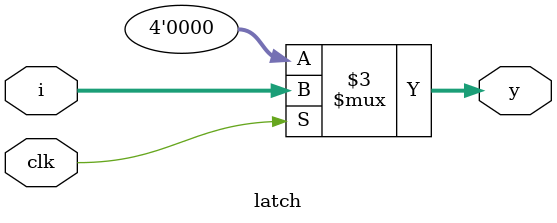
<source format=v>
module latch(
    input [3:0] i, 
    input clk, 
    output reg [3:0] y
);
    always @(clk or i) begin
        if (clk)
            y <= i;
        else
            y <= 4'b0000;
    end
endmodule

</source>
